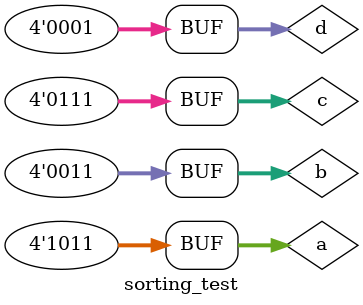
<source format=v>

module sorting_test();

wire [3:0]x,y,z,w;
 reg [3:0]a,b,c,d;


sorting test(

.a(a),
.b(b),
.c(c),
.d(d),
.x(x),
.y(y),
.z(z),
.w(w)
);


initial begin

   a = 4'b1011;
   b = 4'b0011; 
   c = 4'b0111; 
   d = 4'b0001;
  #10;
 
 

end

endmodule

</source>
